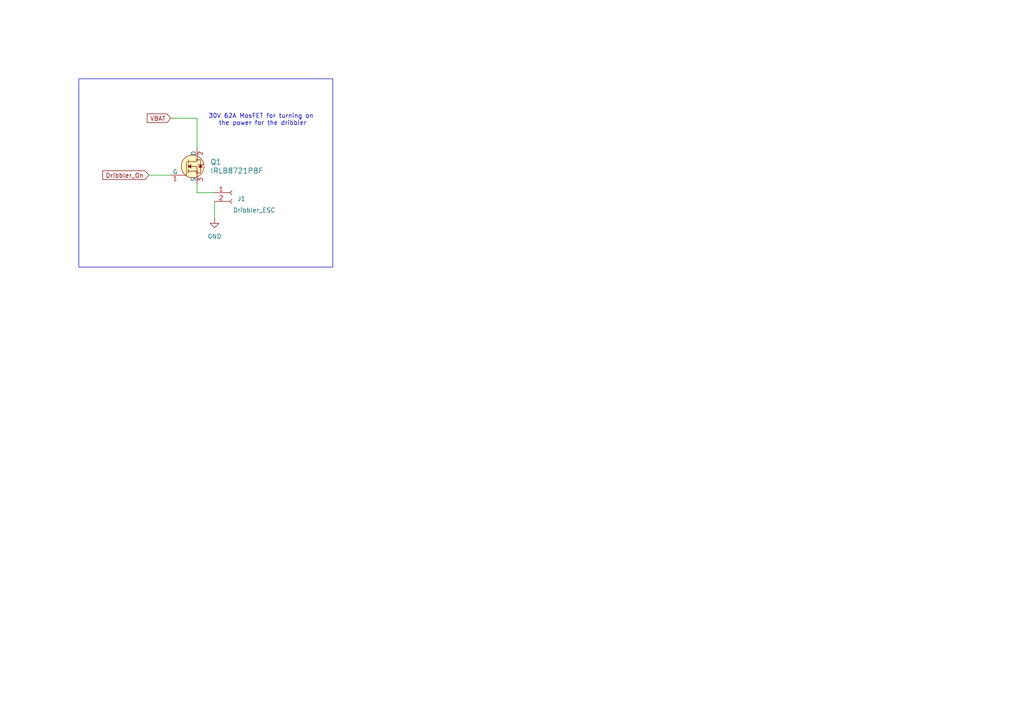
<source format=kicad_sch>
(kicad_sch (version 20231120) (generator "eeschema") (generator_version "8.0")
  (paper "A4")
  (lib_symbols
    (symbol "Connector:Conn_01x02_Socket" (pin_names (offset 1.016) hide)
      (property "Reference" "J" (at 0 2.54 0))
      (property "Value" "Conn_01x02_Socket" (at 0 -5.08 0))
      (symbol "Conn_01x02_Socket_1_1"
        (arc (start 0 -2.032) (mid -0.5058 -2.54) (end 0 -3.048) (stroke (width 0.1524)))
        (polyline (pts (xy -1.27 -2.54) (xy -0.508 -2.54)) (stroke (width 0.1524)))
        (polyline (pts (xy -1.27 0) (xy -0.508 0)) (stroke (width 0.1524)))
        (arc (start 0 0.508) (mid -0.5058 0) (end 0 -0.508) (stroke (width 0.1524)))
        (pin passive line (at -5.08 0 0) (length 3.81) (name "Pin_1") (number "1"))
        (pin passive line (at -5.08 -2.54 0) (length 3.81) (name "Pin_2") (number "2"))
      )
    )
    (symbol "dk_Transistors-FETs-MOSFETs-Single:IRLB8721PBF" (pin_names (offset 0))
      (property "Reference" "Q" (at -2.6924 3.6322 0))
      (property "Value" "IRLB8721PBF" (at 3.4544 0 90))
      (symbol "IRLB8721PBF_0_1"
        (circle (center -1.27 0) (radius 3.302) (fill (type background)))
        (circle (center 0 -1.905) (radius 0.127))
        (circle (center 0 -1.397) (radius 0.127))
        (polyline (pts (xy 0 -1.397) (xy -2.54 -1.397)))
        (polyline (pts (xy 0.508 0.508) (xy 0.3048 0.3048)))
        (polyline (pts (xy 1.524 0.508) (xy 1.7272 0.7112)))
        (polyline (pts (xy -5.08 -2.54) (xy -3.048 -2.54) (xy -3.048 1.397)))
        (polyline (pts (xy 0 -2.54) (xy 0 0) (xy -2.54 0)))
        (polyline (pts (xy 0 2.54) (xy 0 1.397) (xy -2.54 1.397)))
        (polyline (pts (xy -0.127 -1.905) (xy 1.016 -1.905) (xy 1.016 1.397) (xy 1.016 1.905) (xy -0.127 1.905)))
        (circle (center 0 1.905) (radius 0.127))
      )
      (symbol "IRLB8721PBF_1_1"
        (polyline (pts (xy -2.54 -1.397) (xy -2.54 -1.905)))
        (polyline (pts (xy -2.54 -1.397) (xy -2.54 -0.889)))
        (polyline (pts (xy -2.54 0) (xy -2.54 -0.508)))
        (polyline (pts (xy -2.54 0) (xy -2.54 0.508)))
        (polyline (pts (xy -2.54 1.905) (xy -2.54 0.889)))
        (polyline (pts (xy 1.524 0.508) (xy 0.508 0.508)))
        (polyline (pts (xy -2.54 0) (xy -1.778 0.508) (xy -1.778 -0.508) (xy -2.54 0)) (fill (type outline)))
        (polyline (pts (xy 1.016 0.508) (xy 0.508 -0.254) (xy 1.524 -0.254) (xy 1.016 0.508)) (fill (type outline)))
        (pin bidirectional line (at -7.62 -2.54 0) (length 2.54) (name "G") (number "1"))
        (pin bidirectional line (at 0 5.08 270) (length 2.54) (name "D") (number "2"))
        (pin bidirectional line (at 0 -5.08 90) (length 2.54) (name "S") (number "3"))
      )
    )
    (symbol "power:GND" (power) (pin_numbers hide) (pin_names (offset 0) hide)
      (property "Value" "GND" (at 0 -3.81 0))
      (symbol "GND_0_1"
        (polyline (pts (xy 0 0) (xy 0 -1.27) (xy 1.27 -1.27) (xy 0 -2.54) (xy -1.27 -1.27) (xy 0 -1.27)))
      )
      (symbol "GND_1_1"
        (pin power_in line (at 0 0 270) (length 0) (name "~") (number "1"))
      )
    )
  )
  (wire (pts (xy 49.53 34.29) (xy 57.15 34.29)))
  (wire (pts (xy 62.23 58.42) (xy 62.23 63.5)))
  (wire (pts (xy 57.15 55.88) (xy 57.15 53.34)))
  (wire (pts (xy 57.15 34.29) (xy 57.15 43.18)))
  (wire (pts (xy 43.18 50.8) (xy 49.53 50.8)))
  (wire (pts (xy 57.15 55.88) (xy 62.23 55.88)))
  (rectangle (start 22.86 22.86) (end 96.52 77.47))
  (text "30V 62A MosFET for turning on \nthe power for the dribbler" (at 76.2 34.798 0) (effects (font (size 1.27 1.27))))
  (global_label "Dribbler_On" (shape input) (at 43.18 50.8 180) (property "Intersheetrefs" "${INTERSHEET_REFS}" (effects (hide yes))))
  (global_label "VBAT" (shape input) (at 49.53 34.29 180) (property "Intersheetrefs" "${INTERSHEET_REFS}" (effects (hide yes))))
  (symbol (lib_id "power:GND") (at 62.23 63.5 0) (unit 1)
    (property "Reference" "#PWR01" (effects (hide yes)))
    (property "Value" "GND" (at 62.23 68.58 0))
    (property "Description" "Power symbol creates a global label with name \"GND\" , ground" (effects (hide yes)))
  )
  (symbol (lib_id "Connector:Conn_01x02_Socket") (at 67.31 55.88 0) (unit 1)
    (property "Reference" "J1" (at 68.834 57.658 0) (effects (justify left)))
    (property "Value" "Dribbler_ESC" (at 67.564 60.96 0) (effects (justify left)))
    (property "Footprint" "Connector_AMASS:AMASS_XT60PW-F_1x02_P7.20mm_Horizontal" (effects (hide yes)))
    (property "Description" "Generic connector, single row, 01x02, script generated" (effects (hide yes)))
  )
  (symbol (lib_id "dk_Transistors-FETs-MOSFETs-Single:IRLB8721PBF") (at 57.15 48.26 0) (unit 1)
    (property "Reference" "Q1" (at 60.96 46.9899 0) (effects (font (size 1.524 1.524)) (justify left)))
    (property "Value" "IRLB8721PBF" (at 60.96 49.5299 0) (effects (font (size 1.524 1.524)) (justify left)))
    (property "Footprint" "digikey-footprints:TO-220-3" (effects (hide yes)))
    (property "Datasheet" "https://www.infineon.com/dgdl/irlb8721pbf.pdf?fileId=5546d462533600a40153566056732591" (effects (hide yes)))
    (property "Description" "MOSFET N-CH 30V 62A TO-220AB" (effects (hide yes)))
    (property "Digi-Key_PN" "IRLB8721PBF-ND" (effects (hide yes)))
    (property "MPN" "IRLB8721PBF" (effects (hide yes)))
    (property "Category" "Discrete Semiconductor Products" (effects (hide yes)))
    (property "Family" "Transistors - FETs, MOSFETs - Single" (effects (hide yes)))
    (property "DK_Datasheet_Link" "https://www.infineon.com/dgdl/irlb8721pbf.pdf?fileId=5546d462533600a40153566056732591" (effects (hide yes)))
    (property "DK_Detail_Page" "/product-detail/en/infineon-technologies/IRLB8721PBF/IRLB8721PBF-ND/2127670" (effects (hide yes)))
    (property "Description_1" "MOSFET N-CH 30V 62A TO-220AB" (effects (hide yes)))
    (property "Manufacturer" "Infineon Technologies" (effects (hide yes)))
    (property "Status" "Active" (effects (hide yes)))
  )
)
</source>
